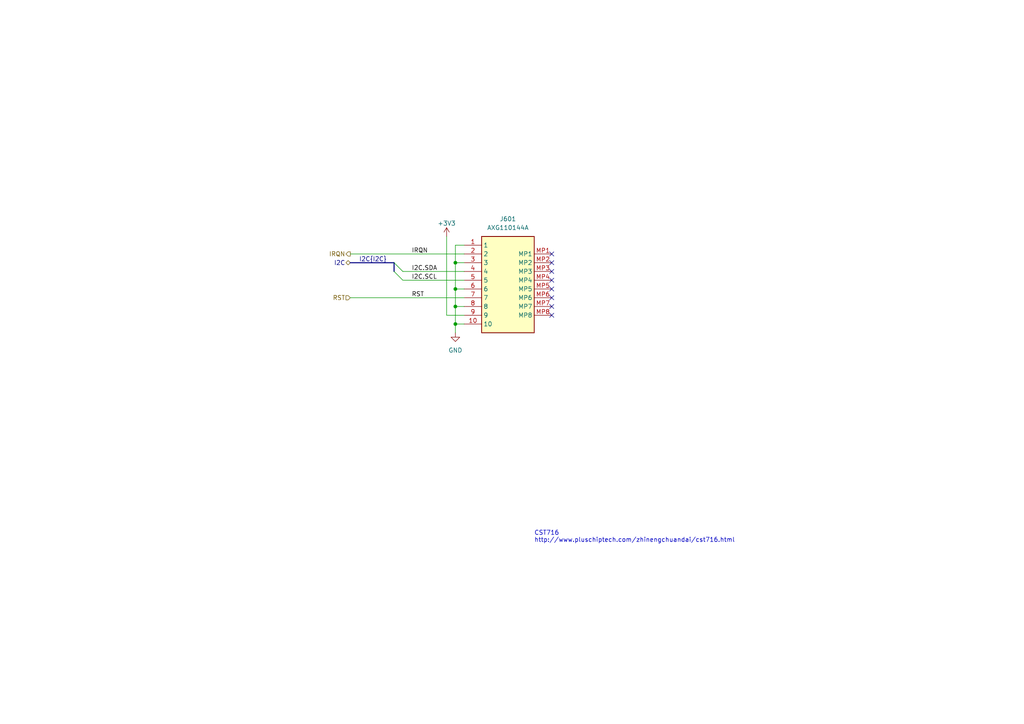
<source format=kicad_sch>
(kicad_sch (version 20230121) (generator eeschema)
  (paper "A4")
  (title_block (date "2023-12-21") (rev "1") (comment 1 "Checked by Ben Smith 21/12/23"))
  (lib_symbols
    (symbol "AXG110144A:AXG110144A"
      (property "Reference" "J" (at 0 17.78 0))
      (property "Value" "AXG110144A" (at 0 15.24 0))
      (symbol "AXG110144A_1_1"
        (rectangle (start -7.62 12.7) (end 7.62 -15.24) (stroke (width 0.254)) (fill (type background)))
        (pin passive line (at -12.7 10.16 0) (length 5.08) (name "1") (number "1"))
        (pin passive line (at -12.7 -12.7 0) (length 5.08) (name "10") (number "10"))
        (pin passive line (at -12.7 7.62 0) (length 5.08) (name "2") (number "2"))
        (pin passive line (at -12.7 5.08 0) (length 5.08) (name "3") (number "3"))
        (pin passive line (at -12.7 2.54 0) (length 5.08) (name "4") (number "4"))
        (pin passive line (at -12.7 0 0) (length 5.08) (name "5") (number "5"))
        (pin passive line (at -12.7 -2.54 0) (length 5.08) (name "6") (number "6"))
        (pin passive line (at -12.7 -5.08 0) (length 5.08) (name "7") (number "7"))
        (pin passive line (at -12.7 -7.62 0) (length 5.08) (name "8") (number "8"))
        (pin passive line (at -12.7 -10.16 0) (length 5.08) (name "9") (number "9"))
        (pin passive line (at 12.7 7.62 180) (length 5.08) (name "MP1") (number "MP1"))
        (pin passive line (at 12.7 5.08 180) (length 5.08) (name "MP2") (number "MP2"))
        (pin passive line (at 12.7 2.54 180) (length 5.08) (name "MP3") (number "MP3"))
        (pin passive line (at 12.7 0 180) (length 5.08) (name "MP4") (number "MP4"))
        (pin passive line (at 12.7 -2.54 180) (length 5.08) (name "MP5") (number "MP5"))
        (pin passive line (at 12.7 -5.08 180) (length 5.08) (name "MP6") (number "MP6"))
        (pin passive line (at 12.7 -7.62 180) (length 5.08) (name "MP7") (number "MP7"))
        (pin passive line (at 12.7 -10.16 180) (length 5.08) (name "MP8") (number "MP8"))
      )
    )
    (symbol "power:+3V3" (power) (pin_names (offset 0))
      (property "Value" "+3V3" (at 0 3.556 0))
      (symbol "+3V3_0_1"
        (polyline (pts (xy -0.762 1.27) (xy 0 2.54)))
        (polyline (pts (xy 0 0) (xy 0 2.54)))
        (polyline (pts (xy 0 2.54) (xy 0.762 1.27)))
      )
      (symbol "+3V3_1_1"
        (pin power_in line (at 0 0 90) (length 0) hide (name "+3V3") (number "1"))
      )
    )
    (symbol "power:GND" (power) (pin_names (offset 0))
      (property "Value" "GND" (at 0 -3.81 0))
      (symbol "GND_0_1"
        (polyline (pts (xy 0 0) (xy 0 -1.27) (xy 1.27 -1.27) (xy 0 -2.54) (xy -1.27 -1.27) (xy 0 -1.27)))
      )
      (symbol "GND_1_1"
        (pin power_in line (at 0 0 270) (length 0) hide (name "GND") (number "1"))
      )
    )
  )
  (junction (at 132.08 83.82))
  (junction (at 132.08 76.2))
  (junction (at 132.08 93.98))
  (junction (at 132.08 88.9))
  (no_connect (at 160.02 91.44))
  (no_connect (at 160.02 78.74))
  (no_connect (at 160.02 88.9))
  (no_connect (at 160.02 81.28))
  (no_connect (at 160.02 83.82))
  (no_connect (at 160.02 86.36))
  (no_connect (at 160.02 73.66))
  (no_connect (at 160.02 76.2))
  (bus_entry (at 114.3 76.2) (size 2.54 2.54))
  (bus_entry (at 114.3 78.74) (size 2.54 2.54))
  (wire (pts (xy 134.62 88.9) (xy 132.08 88.9)))
  (bus (pts (xy 114.3 76.2) (xy 101.6 76.2)))
  (bus (pts (xy 114.3 78.74) (xy 114.3 76.2)))
  (wire (pts (xy 116.84 81.28) (xy 134.62 81.28)))
  (wire (pts (xy 132.08 71.12) (xy 132.08 76.2)))
  (wire (pts (xy 116.84 78.74) (xy 134.62 78.74)))
  (wire (pts (xy 132.08 96.52) (xy 132.08 93.98)))
  (wire (pts (xy 134.62 83.82) (xy 132.08 83.82)))
  (wire (pts (xy 132.08 83.82) (xy 132.08 88.9)))
  (wire (pts (xy 101.6 86.36) (xy 134.62 86.36)))
  (wire (pts (xy 134.62 71.12) (xy 132.08 71.12)))
  (wire (pts (xy 132.08 88.9) (xy 132.08 93.98)))
  (wire (pts (xy 132.08 76.2) (xy 132.08 83.82)))
  (wire (pts (xy 101.6 73.66) (xy 134.62 73.66)))
  (wire (pts (xy 132.08 93.98) (xy 134.62 93.98)))
  (wire (pts (xy 132.08 76.2) (xy 134.62 76.2)))
  (wire (pts (xy 129.54 91.44) (xy 134.62 91.44)))
  (wire (pts (xy 129.54 68.58) (xy 129.54 91.44)))
  (text "CST716\nhttp://www.pluschiptech.com/zhinengchuandai/cst716.html" (at 154.94 157.48 0) (effects (font (size 1.27 1.27)) (justify left bottom)))
  (label "I2C{I2C}" (at 104.14 76.2 0))
  (label "I2C.SDA" (at 119.38 78.74 0))
  (label "IRQN" (at 119.38 73.66 0))
  (label "RST" (at 119.38 86.36 0))
  (label "I2C.SCL" (at 119.38 81.28 0))
  (hierarchical_label "IRQN" (shape output) (at 101.6 73.66 180))
  (hierarchical_label "I2C" (shape bidirectional) (at 101.6 76.2 180) (property "DSI" "DSI" (effects hide)))
  (hierarchical_label "RST" (shape input) (at 101.6 86.36 180))
  (symbol (lib_id "power:+3V3") (at 129.54 68.58 0) (unit 1)
    (property "Reference" "#PWR0601" (effects hide))
    (property "Value" "+3V3" (at 129.54 64.77 0))
  )
  (symbol (lib_id "AXG110144A:AXG110144A") (at 147.32 81.28 0) (unit 1)
    (property "Reference" "J601" (at 147.32 63.5 0))
    (property "Value" "AXG110144A" (at 147.32 66.04 0))
    (property "Footprint" "watch_footprints:AXG110144A" (effects hide))
    (property "Datasheet" "https://www3.panasonic.biz/ac/ae/search_num/index.jsp?c=detail&part_no=AXG110144&large_g_cd=1&medium_g_cd=12&small_g_cd=122&series_cd=3192" (effects hide))
    (property "Height" "0.79" (effects hide))
    (property "Mouser Part Number" "N/A" (effects hide))
    (property "Mouser Price/Stock" "http://www.mouser.com/Search/ProductDetail.aspx?qs=aVrSikiHukR%252bjc9q3Ez0%2fQ%3d%3d" (effects hide))
    (property "Manufacturer_Name" "Panasonic" (effects hide))
    (property "Manufacturer_Part_Number" "AXG110144A" (effects hide))
  )
  (symbol (lib_id "power:GND") (at 132.08 96.52 0) (unit 1)
    (property "Reference" "#PWR0602" (effects hide))
    (property "Value" "GND" (at 132.08 101.6 0))
  )
)
</source>
